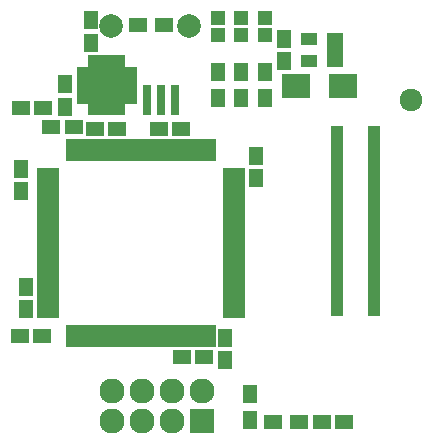
<source format=gts>
G04 #@! TF.FileFunction,Soldermask,Top*
%FSLAX46Y46*%
G04 Gerber Fmt 4.6, Leading zero omitted, Abs format (unit mm)*
G04 Created by KiCad (PCBNEW 4.0.1-stable) date Sunday, January 31, 2016 'PMt' 10:46:38 PM*
%MOMM*%
G01*
G04 APERTURE LIST*
%ADD10C,0.100000*%
%ADD11R,1.250000X0.700000*%
%ADD12R,0.700000X1.250000*%
%ADD13R,1.700000X1.700000*%
%ADD14R,1.600000X1.150000*%
%ADD15R,1.150000X1.600000*%
%ADD16R,1.100000X0.600000*%
%ADD17R,2.400000X2.000000*%
%ADD18R,1.197560X1.197560*%
%ADD19C,2.000000*%
%ADD20R,2.127200X2.127200*%
%ADD21O,2.127200X2.127200*%
%ADD22C,1.924000*%
%ADD23R,1.300000X1.600000*%
%ADD24R,1.600000X1.300000*%
%ADD25R,0.680000X1.900000*%
%ADD26R,1.900000X0.680000*%
%ADD27R,1.460000X1.050000*%
%ADD28R,0.800000X2.500000*%
G04 APERTURE END LIST*
D10*
D11*
X140540000Y-97740000D03*
X140540000Y-97240000D03*
X140540000Y-96740000D03*
X140540000Y-96240000D03*
X140540000Y-95740000D03*
X140540000Y-95240000D03*
D12*
X139840000Y-94540000D03*
X139340000Y-94540000D03*
X138840000Y-94540000D03*
X138340000Y-94540000D03*
X137840000Y-94540000D03*
X137340000Y-94540000D03*
D11*
X136640000Y-95240000D03*
X136640000Y-95740000D03*
X136640000Y-96240000D03*
X136640000Y-96740000D03*
X136640000Y-97240000D03*
X136640000Y-97740000D03*
D12*
X137340000Y-98440000D03*
X137840000Y-98440000D03*
X138340000Y-98440000D03*
X138840000Y-98440000D03*
X139340000Y-98440000D03*
X139840000Y-98440000D03*
D13*
X137940000Y-95840000D03*
X137940000Y-97140000D03*
X139240000Y-95840000D03*
X139240000Y-97140000D03*
D14*
X137600000Y-100170000D03*
X139500000Y-100170000D03*
D15*
X135110000Y-96420000D03*
X135110000Y-98320000D03*
D16*
X161190000Y-100200000D03*
X161190000Y-100600000D03*
X161190000Y-101000000D03*
X161190000Y-101400000D03*
X161190000Y-101800000D03*
X161190000Y-102200000D03*
X161190000Y-102600000D03*
X161190000Y-103000000D03*
X161190000Y-103400000D03*
X161190000Y-103800000D03*
X161190000Y-107800000D03*
X161190000Y-107400000D03*
X161190000Y-107000000D03*
X161190000Y-106600000D03*
X161190000Y-106200000D03*
X161190000Y-105800000D03*
X161190000Y-105400000D03*
X161190000Y-105000000D03*
X161190000Y-104600000D03*
X161190000Y-104200000D03*
X161190000Y-108200000D03*
X161190000Y-108600000D03*
X161190000Y-109000000D03*
X161190000Y-109400000D03*
X161190000Y-109800000D03*
X161190000Y-110200000D03*
X161190000Y-110600000D03*
X161190000Y-111000000D03*
X161190000Y-111400000D03*
X161190000Y-111800000D03*
X161190000Y-115800000D03*
X161190000Y-115400000D03*
X161190000Y-115000000D03*
X161190000Y-114600000D03*
X161190000Y-114200000D03*
X161190000Y-113800000D03*
X161190000Y-113400000D03*
X161190000Y-113000000D03*
X161190000Y-112600000D03*
X161190000Y-112200000D03*
X158110000Y-112200000D03*
X158110000Y-112600000D03*
X158110000Y-113000000D03*
X158110000Y-113400000D03*
X158110000Y-113800000D03*
X158110000Y-114200000D03*
X158110000Y-114600000D03*
X158110000Y-115000000D03*
X158110000Y-115400000D03*
X158110000Y-115800000D03*
X158110000Y-111800000D03*
X158110000Y-111400000D03*
X158110000Y-111000000D03*
X158110000Y-110600000D03*
X158110000Y-110200000D03*
X158110000Y-109800000D03*
X158110000Y-109400000D03*
X158110000Y-109000000D03*
X158110000Y-108600000D03*
X158110000Y-108200000D03*
X158110000Y-104200000D03*
X158110000Y-104600000D03*
X158110000Y-105000000D03*
X158110000Y-105400000D03*
X158110000Y-105800000D03*
X158110000Y-106200000D03*
X158110000Y-106600000D03*
X158110000Y-107000000D03*
X158110000Y-107400000D03*
X158110000Y-107800000D03*
X158110000Y-103800000D03*
X158110000Y-103400000D03*
X158110000Y-103000000D03*
X158110000Y-102600000D03*
X158110000Y-102200000D03*
X158110000Y-101800000D03*
X158110000Y-101400000D03*
X158110000Y-101000000D03*
X158110000Y-100600000D03*
X158110000Y-100200000D03*
D15*
X137300000Y-92880000D03*
X137300000Y-90980000D03*
D14*
X131320000Y-98370000D03*
X133220000Y-98370000D03*
X144930000Y-100150000D03*
X143030000Y-100150000D03*
X133910000Y-100020000D03*
X135810000Y-100020000D03*
D15*
X151270000Y-104360000D03*
X151270000Y-102460000D03*
X131330000Y-103570000D03*
X131330000Y-105470000D03*
X131750000Y-115450000D03*
X131750000Y-113550000D03*
D14*
X133140000Y-117750000D03*
X131240000Y-117750000D03*
D17*
X158610000Y-96580000D03*
X154610000Y-96580000D03*
D15*
X153620000Y-94440000D03*
X153620000Y-92540000D03*
X148650000Y-119750000D03*
X148650000Y-117850000D03*
D14*
X146880000Y-119480000D03*
X144980000Y-119480000D03*
X156800000Y-125000000D03*
X158700000Y-125000000D03*
D18*
X152000000Y-90750700D03*
X152000000Y-92249300D03*
X150000000Y-90750700D03*
X150000000Y-92249300D03*
X148000000Y-90750700D03*
X148000000Y-92249300D03*
D19*
X139000000Y-91450000D03*
X145600000Y-91450000D03*
D20*
X146700000Y-124900000D03*
D21*
X146700000Y-122360000D03*
X144160000Y-124900000D03*
X144160000Y-122360000D03*
X141620000Y-124900000D03*
X141620000Y-122360000D03*
X139080000Y-124900000D03*
X139080000Y-122360000D03*
D22*
X164400000Y-97700000D03*
D23*
X152000000Y-97600000D03*
X152000000Y-95400000D03*
X150000000Y-97600000D03*
X150000000Y-95400000D03*
X148000000Y-97600000D03*
X148000000Y-95400000D03*
D24*
X143430000Y-91390000D03*
X141230000Y-91390000D03*
D23*
X150700000Y-122650000D03*
X150700000Y-124850000D03*
D24*
X154850000Y-124990000D03*
X152650000Y-124990000D03*
D25*
X147500000Y-101940000D03*
X147000000Y-101940000D03*
X146500000Y-101940000D03*
X146000000Y-101940000D03*
X145500000Y-101940000D03*
X145000000Y-101940000D03*
X144500000Y-101940000D03*
X144000000Y-101940000D03*
X143500000Y-101940000D03*
X143000000Y-101940000D03*
X142500000Y-101940000D03*
X142000000Y-101940000D03*
X141500000Y-101940000D03*
X141000000Y-101940000D03*
X140500000Y-101940000D03*
X140000000Y-101940000D03*
X139500000Y-101940000D03*
X139000000Y-101940000D03*
X138500000Y-101940000D03*
X138000000Y-101940000D03*
X137500000Y-101940000D03*
X137000000Y-101940000D03*
X136500000Y-101940000D03*
X136000000Y-101940000D03*
X135500000Y-101940000D03*
D26*
X133600000Y-103840000D03*
X133600000Y-104340000D03*
X133600000Y-104840000D03*
X133600000Y-105340000D03*
X133600000Y-105840000D03*
X133600000Y-106340000D03*
X133600000Y-106840000D03*
X133600000Y-107340000D03*
X133600000Y-107840000D03*
X133600000Y-108340000D03*
X133600000Y-108840000D03*
X133600000Y-109340000D03*
X133600000Y-109840000D03*
X133600000Y-110340000D03*
X133600000Y-110840000D03*
X133600000Y-111340000D03*
X133600000Y-111840000D03*
X133600000Y-112340000D03*
X133600000Y-112840000D03*
X133600000Y-113340000D03*
X133600000Y-113840000D03*
X133600000Y-114340000D03*
X133600000Y-114840000D03*
X133600000Y-115340000D03*
X133600000Y-115840000D03*
D25*
X135500000Y-117740000D03*
X136000000Y-117740000D03*
X136500000Y-117740000D03*
X137000000Y-117740000D03*
X137500000Y-117740000D03*
X138000000Y-117740000D03*
X138500000Y-117740000D03*
X139000000Y-117740000D03*
X139500000Y-117740000D03*
X140000000Y-117740000D03*
X140500000Y-117740000D03*
X141000000Y-117740000D03*
X141500000Y-117740000D03*
X142000000Y-117740000D03*
X142500000Y-117740000D03*
X143000000Y-117740000D03*
X143500000Y-117740000D03*
X144000000Y-117740000D03*
X144500000Y-117740000D03*
X145000000Y-117740000D03*
X145500000Y-117740000D03*
X146000000Y-117740000D03*
X146500000Y-117740000D03*
X147000000Y-117740000D03*
X147500000Y-117740000D03*
D26*
X149400000Y-115840000D03*
X149400000Y-115340000D03*
X149400000Y-114840000D03*
X149400000Y-114340000D03*
X149400000Y-113840000D03*
X149400000Y-113340000D03*
X149400000Y-112840000D03*
X149400000Y-112340000D03*
X149400000Y-111840000D03*
X149400000Y-111340000D03*
X149400000Y-110840000D03*
X149400000Y-110340000D03*
X149400000Y-109840000D03*
X149400000Y-109340000D03*
X149400000Y-108840000D03*
X149400000Y-108340000D03*
X149400000Y-107840000D03*
X149400000Y-107340000D03*
X149400000Y-106840000D03*
X149400000Y-106340000D03*
X149400000Y-105840000D03*
X149400000Y-105340000D03*
X149400000Y-104840000D03*
X149400000Y-104340000D03*
X149400000Y-103840000D03*
D27*
X157930000Y-94460000D03*
X157930000Y-93510000D03*
X157930000Y-92560000D03*
X155730000Y-92560000D03*
X155730000Y-94460000D03*
D28*
X144390000Y-97700000D03*
X141990000Y-97700000D03*
X143190000Y-97700000D03*
M02*

</source>
